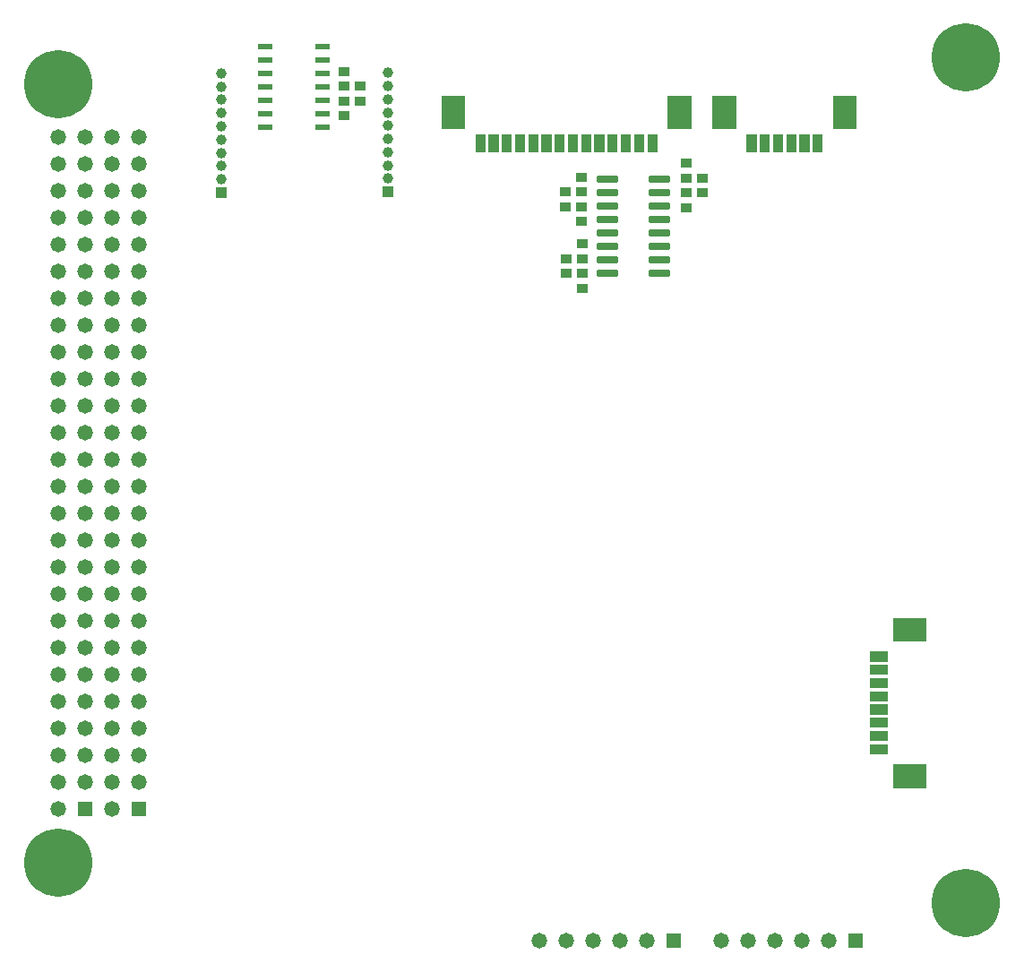
<source format=gbr>
%TF.GenerationSoftware,Altium Limited,Altium Designer,21.6.4 (81)*%
G04 Layer_Color=16711935*
%FSLAX26Y26*%
%MOIN*%
%TF.SameCoordinates,8BEB2CB1-843D-409B-AEA6-C59BAE6679C3*%
%TF.FilePolarity,Negative*%
%TF.FileFunction,Soldermask,Bot*%
%TF.Part,Single*%
G01*
G75*
%TA.AperFunction,SMDPad,CuDef*%
%ADD54R,0.057500X0.021000*%
G04:AMPARAMS|DCode=63|XSize=81.953mil|YSize=24.866mil|CornerRadius=4.608mil|HoleSize=0mil|Usage=FLASHONLY|Rotation=0.000|XOffset=0mil|YOffset=0mil|HoleType=Round|Shape=RoundedRectangle|*
%AMROUNDEDRECTD63*
21,1,0.081953,0.015650,0,0,0.0*
21,1,0.072736,0.024866,0,0,0.0*
1,1,0.009216,0.036368,-0.007825*
1,1,0.009216,-0.036368,-0.007825*
1,1,0.009216,-0.036368,0.007825*
1,1,0.009216,0.036368,0.007825*
%
%ADD63ROUNDEDRECTD63*%
%ADD64R,0.039433X0.035496*%
%TA.AperFunction,ComponentPad*%
%ADD65C,0.039465*%
%ADD66R,0.039465X0.039465*%
%ADD67C,0.057937*%
%ADD68R,0.057937X0.057937*%
%ADD69R,0.057937X0.057937*%
%ADD70C,0.254000*%
G36*
X2554181Y3079677D02*
X2465504D01*
Y3203787D01*
X2554181D01*
Y3079677D01*
D02*
G37*
G36*
X1713630D02*
X1624953D01*
Y3203787D01*
X1713630D01*
Y3079677D01*
D02*
G37*
G36*
X3169339Y3079677D02*
X3080661D01*
Y3203787D01*
X3169339D01*
Y3079677D01*
D02*
G37*
G36*
X2722488D02*
X2633811D01*
Y3203787D01*
X2722488D01*
Y3079677D01*
D02*
G37*
G36*
X2428197Y2993063D02*
X2390701D01*
Y3062055D01*
X2428197D01*
Y2993063D01*
D02*
G37*
G36*
X2378984D02*
X2341488D01*
Y3062055D01*
X2378984D01*
Y2993063D01*
D02*
G37*
G36*
X2329772D02*
X2292276D01*
Y3062055D01*
X2329772D01*
Y2993063D01*
D02*
G37*
G36*
X2280559D02*
X2243063D01*
Y3062055D01*
X2280559D01*
Y2993063D01*
D02*
G37*
G36*
X2231346D02*
X2193850D01*
Y3062055D01*
X2231346D01*
Y2993063D01*
D02*
G37*
G36*
X2182134D02*
X2144638D01*
Y3062055D01*
X2182134D01*
Y2993063D01*
D02*
G37*
G36*
X2132921D02*
X2095425D01*
Y3062055D01*
X2132921D01*
Y2993063D01*
D02*
G37*
G36*
X2083709D02*
X2046213D01*
Y3062055D01*
X2083709D01*
Y2993063D01*
D02*
G37*
G36*
X2034496D02*
X1997000D01*
Y3062055D01*
X2034496D01*
Y2993063D01*
D02*
G37*
G36*
X1985283D02*
X1947787D01*
Y3062055D01*
X1985283D01*
Y2993063D01*
D02*
G37*
G36*
X1936071D02*
X1898575D01*
Y3062055D01*
X1936071D01*
Y2993063D01*
D02*
G37*
G36*
X1886858D02*
X1849362D01*
Y3062055D01*
X1886858D01*
Y2993063D01*
D02*
G37*
G36*
X1837646D02*
X1800150D01*
Y3062055D01*
X1837646D01*
Y2993063D01*
D02*
G37*
G36*
X1788433D02*
X1750937D01*
Y3062055D01*
X1788433D01*
Y2993063D01*
D02*
G37*
G36*
X3043354Y2993063D02*
X3005858D01*
Y3062055D01*
X3043354D01*
Y2993063D01*
D02*
G37*
G36*
X2994142D02*
X2956646D01*
Y3062055D01*
X2994142D01*
Y2993063D01*
D02*
G37*
G36*
X2944929D02*
X2907433D01*
Y3062055D01*
X2944929D01*
Y2993063D01*
D02*
G37*
G36*
X2895716D02*
X2858220D01*
Y3062055D01*
X2895716D01*
Y2993063D01*
D02*
G37*
G36*
X2846504D02*
X2809008D01*
Y3062055D01*
X2846504D01*
Y2993063D01*
D02*
G37*
G36*
X2797291D02*
X2759795D01*
Y3062055D01*
X2797291D01*
Y2993063D01*
D02*
G37*
G36*
X3428197Y1173181D02*
X3304087D01*
Y1261858D01*
X3428197D01*
Y1173181D01*
D02*
G37*
G36*
X3286465Y1098378D02*
X3217472D01*
Y1135874D01*
X3286465D01*
Y1098378D01*
D02*
G37*
G36*
Y1049165D02*
X3217472D01*
Y1086661D01*
X3286465D01*
Y1049165D01*
D02*
G37*
G36*
Y999953D02*
X3217472D01*
Y1037449D01*
X3286465D01*
Y999953D01*
D02*
G37*
G36*
Y950740D02*
X3217472D01*
Y988236D01*
X3286465D01*
Y950740D01*
D02*
G37*
G36*
Y901528D02*
X3217472D01*
Y939024D01*
X3286465D01*
Y901528D01*
D02*
G37*
G36*
Y852315D02*
X3217472D01*
Y889811D01*
X3286465D01*
Y852315D01*
D02*
G37*
G36*
Y803102D02*
X3217472D01*
Y840598D01*
X3286465D01*
Y803102D01*
D02*
G37*
G36*
Y753890D02*
X3217472D01*
Y791386D01*
X3286465D01*
Y753890D01*
D02*
G37*
G36*
X3428197Y627905D02*
X3304087D01*
Y716583D01*
X3428197D01*
Y627905D01*
D02*
G37*
D54*
X967553Y3086220D02*
D03*
Y3136220D02*
D03*
Y3186220D02*
D03*
Y3236220D02*
D03*
Y3286220D02*
D03*
Y3336220D02*
D03*
Y3386220D02*
D03*
X1182053D02*
D03*
Y3336220D02*
D03*
Y3286220D02*
D03*
Y3236220D02*
D03*
Y3186220D02*
D03*
Y3136220D02*
D03*
Y3086220D02*
D03*
D63*
X2242520Y2544488D02*
D03*
Y2594488D02*
D03*
Y2644488D02*
D03*
Y2694488D02*
D03*
Y2744488D02*
D03*
Y2794488D02*
D03*
Y2844488D02*
D03*
Y2894488D02*
D03*
X2436614D02*
D03*
Y2844488D02*
D03*
Y2794488D02*
D03*
Y2744488D02*
D03*
Y2694488D02*
D03*
Y2644488D02*
D03*
Y2594488D02*
D03*
Y2544488D02*
D03*
D64*
X1263780Y3295276D02*
D03*
Y3240157D02*
D03*
Y3185039D02*
D03*
Y3129921D02*
D03*
X1322835Y3240157D02*
D03*
Y3185039D02*
D03*
X2594488Y2897638D02*
D03*
Y2842520D02*
D03*
X2535433Y2952756D02*
D03*
Y2897638D02*
D03*
Y2842520D02*
D03*
Y2787402D02*
D03*
X2090551Y2543307D02*
D03*
Y2598425D02*
D03*
X2149606Y2488189D02*
D03*
Y2543307D02*
D03*
Y2598425D02*
D03*
Y2653543D02*
D03*
X2145669Y2791339D02*
D03*
Y2736220D02*
D03*
X2086614Y2846457D02*
D03*
Y2791339D02*
D03*
X2145669Y2901575D02*
D03*
Y2846457D02*
D03*
D65*
X807087Y3287402D02*
D03*
Y3238189D02*
D03*
Y3188976D02*
D03*
Y3139764D02*
D03*
Y3090551D02*
D03*
Y3041339D02*
D03*
Y2992126D02*
D03*
Y2942913D02*
D03*
Y2893701D02*
D03*
X1425197Y3289370D02*
D03*
Y3240157D02*
D03*
Y3190945D02*
D03*
Y3141732D02*
D03*
Y3092520D02*
D03*
Y3043307D02*
D03*
Y2994095D02*
D03*
Y2944882D02*
D03*
Y2895669D02*
D03*
D66*
X807087Y2844488D02*
D03*
X1425197Y2846457D02*
D03*
D67*
X2665354Y59055D02*
D03*
X2765354D02*
D03*
X2865354D02*
D03*
X2965354D02*
D03*
X3065354D02*
D03*
X1988189D02*
D03*
X2088189D02*
D03*
X2188189D02*
D03*
X2288189D02*
D03*
X2388189D02*
D03*
X400000Y2550000D02*
D03*
Y2450000D02*
D03*
Y2250000D02*
D03*
Y2350000D02*
D03*
Y2050000D02*
D03*
Y1950000D02*
D03*
Y1850000D02*
D03*
Y1650000D02*
D03*
Y1750000D02*
D03*
Y1450000D02*
D03*
Y1250000D02*
D03*
Y1550000D02*
D03*
Y1350000D02*
D03*
Y2150000D02*
D03*
Y2650000D02*
D03*
X500000Y1050000D02*
D03*
Y1350000D02*
D03*
Y1250000D02*
D03*
Y1150000D02*
D03*
Y1450000D02*
D03*
Y1650000D02*
D03*
Y650000D02*
D03*
Y850000D02*
D03*
Y950000D02*
D03*
Y750000D02*
D03*
Y1550000D02*
D03*
X400000Y3050000D02*
D03*
Y2750000D02*
D03*
Y2950000D02*
D03*
X500000Y2850000D02*
D03*
Y2950000D02*
D03*
X400000Y2850000D02*
D03*
X500000Y3050000D02*
D03*
Y2750000D02*
D03*
Y2550000D02*
D03*
Y2450000D02*
D03*
Y2350000D02*
D03*
Y2250000D02*
D03*
Y2150000D02*
D03*
Y2050000D02*
D03*
Y1850000D02*
D03*
Y1750000D02*
D03*
Y2650000D02*
D03*
Y1950000D02*
D03*
X400000Y950000D02*
D03*
Y1050000D02*
D03*
Y750000D02*
D03*
Y1150000D02*
D03*
Y550000D02*
D03*
Y850000D02*
D03*
Y650000D02*
D03*
X200000Y2550000D02*
D03*
Y2450000D02*
D03*
Y2250000D02*
D03*
Y2350000D02*
D03*
Y2050000D02*
D03*
Y1950000D02*
D03*
Y1850000D02*
D03*
Y1650000D02*
D03*
Y1750000D02*
D03*
Y1450000D02*
D03*
Y1250000D02*
D03*
Y1550000D02*
D03*
Y1350000D02*
D03*
Y2150000D02*
D03*
Y2650000D02*
D03*
X300000Y1050000D02*
D03*
Y1350000D02*
D03*
Y1250000D02*
D03*
Y1150000D02*
D03*
Y1450000D02*
D03*
Y1650000D02*
D03*
Y650000D02*
D03*
Y850000D02*
D03*
Y950000D02*
D03*
Y750000D02*
D03*
Y1550000D02*
D03*
X200000Y3050000D02*
D03*
Y2750000D02*
D03*
Y2950000D02*
D03*
X300000Y2850000D02*
D03*
Y2950000D02*
D03*
X200000Y2850000D02*
D03*
X300000Y3050000D02*
D03*
Y2750000D02*
D03*
Y2550000D02*
D03*
Y2450000D02*
D03*
Y2350000D02*
D03*
Y2250000D02*
D03*
Y2150000D02*
D03*
Y2050000D02*
D03*
Y1850000D02*
D03*
Y1750000D02*
D03*
Y2650000D02*
D03*
Y1950000D02*
D03*
X200000Y950000D02*
D03*
Y1050000D02*
D03*
Y750000D02*
D03*
Y1150000D02*
D03*
Y550000D02*
D03*
Y850000D02*
D03*
Y650000D02*
D03*
D68*
X3165354Y59055D02*
D03*
X2488189D02*
D03*
D69*
X500000Y550000D02*
D03*
X300000D02*
D03*
D70*
X3575591Y3347244D02*
D03*
Y200000D02*
D03*
X200000Y350000D02*
D03*
Y3247244D02*
D03*
%TF.MD5,385b9c49686db9556dacb71d39b6dc0f*%
M02*

</source>
